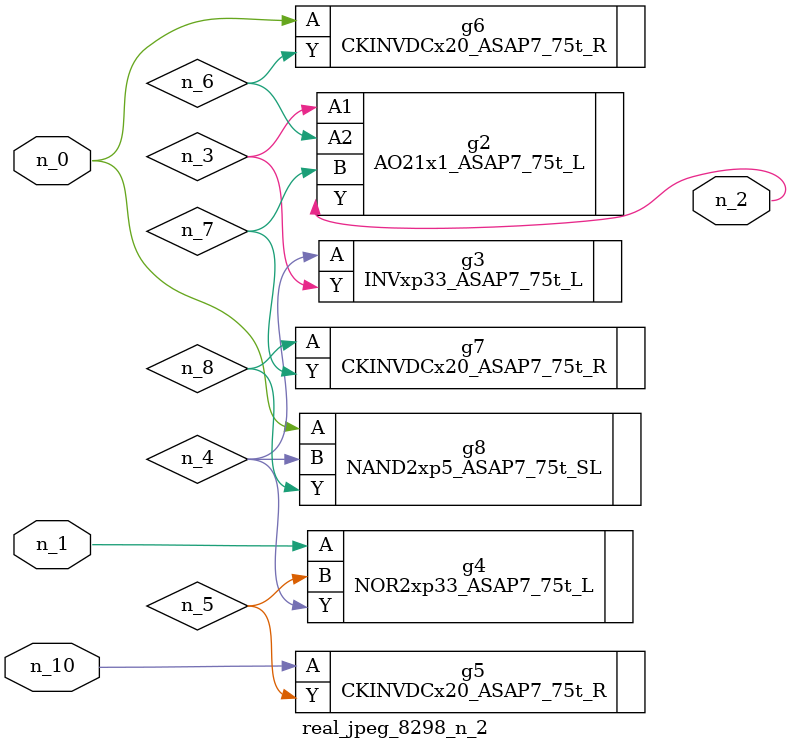
<source format=v>
module real_jpeg_8298_n_2 (n_1, n_10, n_0, n_2);

input n_1;
input n_10;
input n_0;

output n_2;

wire n_5;
wire n_4;
wire n_8;
wire n_6;
wire n_7;
wire n_3;

CKINVDCx20_ASAP7_75t_R g6 ( 
.A(n_0),
.Y(n_6)
);

NAND2xp5_ASAP7_75t_SL g8 ( 
.A(n_0),
.B(n_4),
.Y(n_8)
);

NOR2xp33_ASAP7_75t_L g4 ( 
.A(n_1),
.B(n_5),
.Y(n_4)
);

AO21x1_ASAP7_75t_L g2 ( 
.A1(n_3),
.A2(n_6),
.B(n_7),
.Y(n_2)
);

INVxp33_ASAP7_75t_L g3 ( 
.A(n_4),
.Y(n_3)
);

CKINVDCx20_ASAP7_75t_R g7 ( 
.A(n_8),
.Y(n_7)
);

CKINVDCx20_ASAP7_75t_R g5 ( 
.A(n_10),
.Y(n_5)
);


endmodule
</source>
